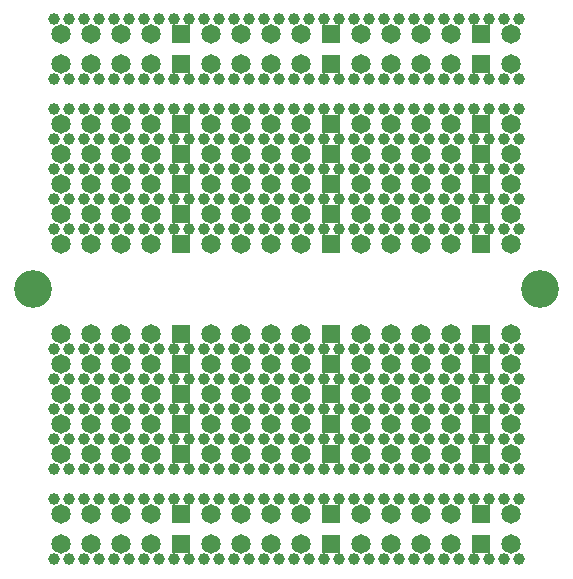
<source format=gbs>
%FSLAX34Y34*%
G04 Gerber Fmt 3.4, Leading zero omitted, Abs format*
G04 (created by PCBNEW (2014-06-11 BZR 4938)-product) date Thu 12 Jun 2014 09:07:22 AM CEST*
%MOIN*%
G01*
G70*
G90*
G04 APERTURE LIST*
%ADD10C,0.005906*%
%ADD11C,0.125984*%
%ADD12C,0.064961*%
%ADD13R,0.064961X0.064961*%
%ADD14C,0.039370*%
G04 APERTURE END LIST*
G54D10*
G54D11*
X9785Y-35000D03*
X26714Y-35000D03*
G54D12*
X10750Y-40500D03*
X11750Y-40500D03*
X12750Y-40500D03*
X13750Y-40500D03*
G54D13*
X14750Y-40500D03*
G54D12*
X15750Y-40500D03*
X16750Y-40500D03*
X17750Y-40500D03*
X18750Y-30500D03*
G54D13*
X19750Y-30500D03*
G54D12*
X20750Y-30500D03*
X21750Y-30500D03*
X22750Y-30500D03*
X23750Y-30500D03*
G54D13*
X24750Y-30500D03*
G54D12*
X25750Y-30500D03*
G54D14*
X22500Y-29000D03*
X23000Y-29000D03*
X23500Y-29000D03*
X24000Y-29000D03*
X24500Y-29000D03*
X25000Y-29000D03*
X25500Y-29000D03*
X26000Y-29000D03*
G54D12*
X18750Y-33500D03*
G54D13*
X19750Y-33500D03*
G54D12*
X20750Y-33500D03*
X21750Y-33500D03*
X22750Y-33500D03*
X23750Y-33500D03*
G54D13*
X24750Y-33500D03*
G54D12*
X25750Y-33500D03*
X18750Y-29500D03*
G54D13*
X19750Y-29500D03*
G54D12*
X20750Y-29500D03*
X21750Y-29500D03*
X22750Y-29500D03*
X23750Y-29500D03*
G54D13*
X24750Y-29500D03*
G54D12*
X25750Y-29500D03*
X18750Y-31500D03*
G54D13*
X19750Y-31500D03*
G54D12*
X20750Y-31500D03*
X21750Y-31500D03*
X22750Y-31500D03*
X23750Y-31500D03*
G54D13*
X24750Y-31500D03*
G54D12*
X25750Y-31500D03*
X18750Y-32500D03*
G54D13*
X19750Y-32500D03*
G54D12*
X20750Y-32500D03*
X21750Y-32500D03*
X22750Y-32500D03*
X23750Y-32500D03*
G54D13*
X24750Y-32500D03*
G54D12*
X25750Y-32500D03*
X18750Y-36500D03*
G54D13*
X19750Y-36500D03*
G54D12*
X20750Y-36500D03*
X21750Y-36500D03*
X22750Y-36500D03*
X23750Y-36500D03*
G54D13*
X24750Y-36500D03*
G54D12*
X25750Y-36500D03*
X18750Y-40500D03*
G54D13*
X19750Y-40500D03*
G54D12*
X20750Y-40500D03*
X21750Y-40500D03*
X22750Y-40500D03*
X23750Y-40500D03*
G54D13*
X24750Y-40500D03*
G54D12*
X25750Y-40500D03*
X18750Y-39500D03*
G54D13*
X19750Y-39500D03*
G54D12*
X20750Y-39500D03*
X21750Y-39500D03*
X22750Y-39500D03*
X23750Y-39500D03*
G54D13*
X24750Y-39500D03*
G54D12*
X25750Y-39500D03*
X18750Y-38500D03*
G54D13*
X19750Y-38500D03*
G54D12*
X20750Y-38500D03*
X21750Y-38500D03*
X22750Y-38500D03*
X23750Y-38500D03*
G54D13*
X24750Y-38500D03*
G54D12*
X25750Y-38500D03*
X18750Y-37500D03*
G54D13*
X19750Y-37500D03*
G54D12*
X20750Y-37500D03*
X21750Y-37500D03*
X22750Y-37500D03*
X23750Y-37500D03*
G54D13*
X24750Y-37500D03*
G54D12*
X25750Y-37500D03*
G54D14*
X18500Y-29000D03*
X19000Y-29000D03*
X19500Y-29000D03*
X20000Y-29000D03*
X20500Y-29000D03*
X21000Y-29000D03*
X21500Y-29000D03*
X22000Y-29000D03*
X18500Y-30000D03*
X19000Y-30000D03*
X19500Y-30000D03*
X20000Y-30000D03*
X20500Y-30000D03*
X21000Y-30000D03*
X21500Y-30000D03*
X22000Y-30000D03*
X18500Y-31000D03*
X19000Y-31000D03*
X19500Y-31000D03*
X20000Y-31000D03*
X20500Y-31000D03*
X21000Y-31000D03*
X21500Y-31000D03*
X22000Y-31000D03*
X18500Y-32000D03*
X19000Y-32000D03*
X19500Y-32000D03*
X20000Y-32000D03*
X20500Y-32000D03*
X21000Y-32000D03*
X21500Y-32000D03*
X22000Y-32000D03*
X18500Y-33000D03*
X19000Y-33000D03*
X19500Y-33000D03*
X20000Y-33000D03*
X20500Y-33000D03*
X21000Y-33000D03*
X21500Y-33000D03*
X22000Y-33000D03*
X18500Y-37000D03*
X19000Y-37000D03*
X19500Y-37000D03*
X20000Y-37000D03*
X20500Y-37000D03*
X21000Y-37000D03*
X21500Y-37000D03*
X22000Y-37000D03*
X18500Y-38000D03*
X19000Y-38000D03*
X19500Y-38000D03*
X20000Y-38000D03*
X20500Y-38000D03*
X21000Y-38000D03*
X21500Y-38000D03*
X22000Y-38000D03*
X18500Y-39000D03*
X19000Y-39000D03*
X19500Y-39000D03*
X20000Y-39000D03*
X20500Y-39000D03*
X21000Y-39000D03*
X21500Y-39000D03*
X22000Y-39000D03*
X18500Y-40000D03*
X19000Y-40000D03*
X19500Y-40000D03*
X20000Y-40000D03*
X20500Y-40000D03*
X21000Y-40000D03*
X21500Y-40000D03*
X22000Y-40000D03*
X18500Y-41000D03*
X19000Y-41000D03*
X19500Y-41000D03*
X20000Y-41000D03*
X20500Y-41000D03*
X21000Y-41000D03*
X21500Y-41000D03*
X22000Y-41000D03*
X22500Y-30000D03*
X23000Y-30000D03*
X23500Y-30000D03*
X24000Y-30000D03*
X24500Y-30000D03*
X25000Y-30000D03*
X25500Y-30000D03*
X26000Y-30000D03*
X22500Y-31000D03*
X23000Y-31000D03*
X23500Y-31000D03*
X24000Y-31000D03*
X24500Y-31000D03*
X25000Y-31000D03*
X25500Y-31000D03*
X26000Y-31000D03*
X22500Y-32000D03*
X23000Y-32000D03*
X23500Y-32000D03*
X24000Y-32000D03*
X24500Y-32000D03*
X25000Y-32000D03*
X25500Y-32000D03*
X26000Y-32000D03*
X22500Y-33000D03*
X23000Y-33000D03*
X23500Y-33000D03*
X24000Y-33000D03*
X24500Y-33000D03*
X25000Y-33000D03*
X25500Y-33000D03*
X26000Y-33000D03*
X22500Y-41000D03*
X23000Y-41000D03*
X23500Y-41000D03*
X24000Y-41000D03*
X24500Y-41000D03*
X25000Y-41000D03*
X25500Y-41000D03*
X26000Y-41000D03*
X22500Y-40000D03*
X23000Y-40000D03*
X23500Y-40000D03*
X24000Y-40000D03*
X24500Y-40000D03*
X25000Y-40000D03*
X25500Y-40000D03*
X26000Y-40000D03*
X22500Y-39000D03*
X23000Y-39000D03*
X23500Y-39000D03*
X24000Y-39000D03*
X24500Y-39000D03*
X25000Y-39000D03*
X25500Y-39000D03*
X26000Y-39000D03*
X22500Y-38000D03*
X23000Y-38000D03*
X23500Y-38000D03*
X24000Y-38000D03*
X24500Y-38000D03*
X25000Y-38000D03*
X25500Y-38000D03*
X26000Y-38000D03*
X22500Y-37000D03*
X23000Y-37000D03*
X23500Y-37000D03*
X24000Y-37000D03*
X24500Y-37000D03*
X25000Y-37000D03*
X25500Y-37000D03*
X26000Y-37000D03*
X18500Y-42000D03*
X19000Y-42000D03*
X19500Y-42000D03*
X20000Y-42000D03*
X20500Y-42000D03*
X21000Y-42000D03*
X21500Y-42000D03*
X22000Y-42000D03*
X22500Y-42000D03*
X23000Y-42000D03*
X23500Y-42000D03*
X24000Y-42000D03*
X24500Y-42000D03*
X25000Y-42000D03*
X25500Y-42000D03*
X26000Y-42000D03*
G54D12*
X18750Y-42500D03*
G54D13*
X19750Y-42500D03*
G54D12*
X20750Y-42500D03*
X21750Y-42500D03*
X22750Y-42500D03*
X23750Y-42500D03*
G54D13*
X24750Y-42500D03*
G54D12*
X25750Y-42500D03*
X18750Y-43500D03*
G54D13*
X19750Y-43500D03*
G54D12*
X20750Y-43500D03*
X21750Y-43500D03*
X22750Y-43500D03*
X23750Y-43500D03*
G54D13*
X24750Y-43500D03*
G54D12*
X25750Y-43500D03*
G54D14*
X22500Y-44000D03*
X23000Y-44000D03*
X23500Y-44000D03*
X24000Y-44000D03*
X24500Y-44000D03*
X25000Y-44000D03*
X25500Y-44000D03*
X26000Y-44000D03*
X18500Y-44000D03*
X19000Y-44000D03*
X19500Y-44000D03*
X20000Y-44000D03*
X20500Y-44000D03*
X21000Y-44000D03*
X21500Y-44000D03*
X22000Y-44000D03*
X18500Y-28000D03*
X19000Y-28000D03*
X19500Y-28000D03*
X20000Y-28000D03*
X20500Y-28000D03*
X21000Y-28000D03*
X21500Y-28000D03*
X22000Y-28000D03*
X22500Y-28000D03*
X23000Y-28000D03*
X23500Y-28000D03*
X24000Y-28000D03*
X24500Y-28000D03*
X25000Y-28000D03*
X25500Y-28000D03*
X26000Y-28000D03*
G54D12*
X18750Y-27500D03*
G54D13*
X19750Y-27500D03*
G54D12*
X20750Y-27500D03*
X21750Y-27500D03*
X22750Y-27500D03*
X23750Y-27500D03*
G54D13*
X24750Y-27500D03*
G54D12*
X25750Y-27500D03*
X18750Y-26500D03*
G54D13*
X19750Y-26500D03*
G54D12*
X20750Y-26500D03*
X21750Y-26500D03*
X22750Y-26500D03*
X23750Y-26500D03*
G54D13*
X24750Y-26500D03*
G54D12*
X25750Y-26500D03*
G54D14*
X22500Y-26000D03*
X23000Y-26000D03*
X23500Y-26000D03*
X24000Y-26000D03*
X24500Y-26000D03*
X25000Y-26000D03*
X25500Y-26000D03*
X26000Y-26000D03*
X18500Y-26000D03*
X19000Y-26000D03*
X19500Y-26000D03*
X20000Y-26000D03*
X20500Y-26000D03*
X21000Y-26000D03*
X21500Y-26000D03*
X22000Y-26000D03*
X10500Y-26000D03*
X11000Y-26000D03*
X11500Y-26000D03*
X12000Y-26000D03*
X12500Y-26000D03*
X13000Y-26000D03*
X13500Y-26000D03*
X14000Y-26000D03*
X14500Y-26000D03*
X15000Y-26000D03*
X15500Y-26000D03*
X16000Y-26000D03*
X16500Y-26000D03*
X17000Y-26000D03*
X17500Y-26000D03*
X18000Y-26000D03*
G54D12*
X10750Y-26500D03*
X11750Y-26500D03*
X12750Y-26500D03*
X13750Y-26500D03*
G54D13*
X14750Y-26500D03*
G54D12*
X15750Y-26500D03*
X16750Y-26500D03*
X17750Y-26500D03*
X10750Y-27500D03*
X11750Y-27500D03*
X12750Y-27500D03*
X13750Y-27500D03*
G54D13*
X14750Y-27500D03*
G54D12*
X15750Y-27500D03*
X16750Y-27500D03*
X17750Y-27500D03*
G54D14*
X14500Y-28000D03*
X15000Y-28000D03*
X15500Y-28000D03*
X16000Y-28000D03*
X16500Y-28000D03*
X17000Y-28000D03*
X17500Y-28000D03*
X18000Y-28000D03*
X10500Y-28000D03*
X11000Y-28000D03*
X11500Y-28000D03*
X12000Y-28000D03*
X12500Y-28000D03*
X13000Y-28000D03*
X13500Y-28000D03*
X14000Y-28000D03*
X10500Y-44000D03*
X11000Y-44000D03*
X11500Y-44000D03*
X12000Y-44000D03*
X12500Y-44000D03*
X13000Y-44000D03*
X13500Y-44000D03*
X14000Y-44000D03*
X14500Y-44000D03*
X15000Y-44000D03*
X15500Y-44000D03*
X16000Y-44000D03*
X16500Y-44000D03*
X17000Y-44000D03*
X17500Y-44000D03*
X18000Y-44000D03*
G54D12*
X10750Y-43500D03*
X11750Y-43500D03*
X12750Y-43500D03*
X13750Y-43500D03*
G54D13*
X14750Y-43500D03*
G54D12*
X15750Y-43500D03*
X16750Y-43500D03*
X17750Y-43500D03*
X10750Y-42500D03*
X11750Y-42500D03*
X12750Y-42500D03*
X13750Y-42500D03*
G54D13*
X14750Y-42500D03*
G54D12*
X15750Y-42500D03*
X16750Y-42500D03*
X17750Y-42500D03*
G54D14*
X14500Y-42000D03*
X15000Y-42000D03*
X15500Y-42000D03*
X16000Y-42000D03*
X16500Y-42000D03*
X17000Y-42000D03*
X17500Y-42000D03*
X18000Y-42000D03*
X10500Y-42000D03*
X11000Y-42000D03*
X11500Y-42000D03*
X12000Y-42000D03*
X12500Y-42000D03*
X13000Y-42000D03*
X13500Y-42000D03*
X14000Y-42000D03*
X14500Y-37000D03*
X15000Y-37000D03*
X15500Y-37000D03*
X16000Y-37000D03*
X16500Y-37000D03*
X17000Y-37000D03*
X17500Y-37000D03*
X18000Y-37000D03*
X14500Y-38000D03*
X15000Y-38000D03*
X15500Y-38000D03*
X16000Y-38000D03*
X16500Y-38000D03*
X17000Y-38000D03*
X17500Y-38000D03*
X18000Y-38000D03*
X14500Y-39000D03*
X15000Y-39000D03*
X15500Y-39000D03*
X16000Y-39000D03*
X16500Y-39000D03*
X17000Y-39000D03*
X17500Y-39000D03*
X18000Y-39000D03*
X14500Y-40000D03*
X15000Y-40000D03*
X15500Y-40000D03*
X16000Y-40000D03*
X16500Y-40000D03*
X17000Y-40000D03*
X17500Y-40000D03*
X18000Y-40000D03*
X14500Y-41000D03*
X15000Y-41000D03*
X15500Y-41000D03*
X16000Y-41000D03*
X16500Y-41000D03*
X17000Y-41000D03*
X17500Y-41000D03*
X18000Y-41000D03*
X14500Y-33000D03*
X15000Y-33000D03*
X15500Y-33000D03*
X16000Y-33000D03*
X16500Y-33000D03*
X17000Y-33000D03*
X17500Y-33000D03*
X18000Y-33000D03*
X14500Y-32000D03*
X15000Y-32000D03*
X15500Y-32000D03*
X16000Y-32000D03*
X16500Y-32000D03*
X17000Y-32000D03*
X17500Y-32000D03*
X18000Y-32000D03*
X14500Y-31000D03*
X15000Y-31000D03*
X15500Y-31000D03*
X16000Y-31000D03*
X16500Y-31000D03*
X17000Y-31000D03*
X17500Y-31000D03*
X18000Y-31000D03*
X14500Y-30000D03*
X15000Y-30000D03*
X15500Y-30000D03*
X16000Y-30000D03*
X16500Y-30000D03*
X17000Y-30000D03*
X17500Y-30000D03*
X18000Y-30000D03*
X10500Y-41000D03*
X11000Y-41000D03*
X11500Y-41000D03*
X12000Y-41000D03*
X12500Y-41000D03*
X13000Y-41000D03*
X13500Y-41000D03*
X14000Y-41000D03*
X10500Y-40000D03*
X11000Y-40000D03*
X11500Y-40000D03*
X12000Y-40000D03*
X12500Y-40000D03*
X13000Y-40000D03*
X13500Y-40000D03*
X14000Y-40000D03*
X10500Y-39000D03*
X11000Y-39000D03*
X11500Y-39000D03*
X12000Y-39000D03*
X12500Y-39000D03*
X13000Y-39000D03*
X13500Y-39000D03*
X14000Y-39000D03*
X10500Y-38000D03*
X11000Y-38000D03*
X11500Y-38000D03*
X12000Y-38000D03*
X12500Y-38000D03*
X13000Y-38000D03*
X13500Y-38000D03*
X14000Y-38000D03*
X10500Y-37000D03*
X11000Y-37000D03*
X11500Y-37000D03*
X12000Y-37000D03*
X12500Y-37000D03*
X13000Y-37000D03*
X13500Y-37000D03*
X14000Y-37000D03*
X10500Y-33000D03*
X11000Y-33000D03*
X11500Y-33000D03*
X12000Y-33000D03*
X12500Y-33000D03*
X13000Y-33000D03*
X13500Y-33000D03*
X14000Y-33000D03*
X10500Y-32000D03*
X11000Y-32000D03*
X11500Y-32000D03*
X12000Y-32000D03*
X12500Y-32000D03*
X13000Y-32000D03*
X13500Y-32000D03*
X14000Y-32000D03*
X10500Y-31000D03*
X11000Y-31000D03*
X11500Y-31000D03*
X12000Y-31000D03*
X12500Y-31000D03*
X13000Y-31000D03*
X13500Y-31000D03*
X14000Y-31000D03*
X10500Y-30000D03*
X11000Y-30000D03*
X11500Y-30000D03*
X12000Y-30000D03*
X12500Y-30000D03*
X13000Y-30000D03*
X13500Y-30000D03*
X14000Y-30000D03*
X10500Y-29000D03*
X11000Y-29000D03*
X11500Y-29000D03*
X12000Y-29000D03*
X12500Y-29000D03*
X13000Y-29000D03*
X13500Y-29000D03*
X14000Y-29000D03*
G54D12*
X10750Y-37500D03*
X11750Y-37500D03*
X12750Y-37500D03*
X13750Y-37500D03*
G54D13*
X14750Y-37500D03*
G54D12*
X15750Y-37500D03*
X16750Y-37500D03*
X17750Y-37500D03*
X10750Y-38500D03*
X11750Y-38500D03*
X12750Y-38500D03*
X13750Y-38500D03*
G54D13*
X14750Y-38500D03*
G54D12*
X15750Y-38500D03*
X16750Y-38500D03*
X17750Y-38500D03*
X10750Y-39500D03*
X11750Y-39500D03*
X12750Y-39500D03*
X13750Y-39500D03*
G54D13*
X14750Y-39500D03*
G54D12*
X15750Y-39500D03*
X16750Y-39500D03*
X17750Y-39500D03*
X10750Y-36500D03*
X11750Y-36500D03*
X12750Y-36500D03*
X13750Y-36500D03*
G54D13*
X14750Y-36500D03*
G54D12*
X15750Y-36500D03*
X16750Y-36500D03*
X17750Y-36500D03*
X10750Y-32500D03*
X11750Y-32500D03*
X12750Y-32500D03*
X13750Y-32500D03*
G54D13*
X14750Y-32500D03*
G54D12*
X15750Y-32500D03*
X16750Y-32500D03*
X17750Y-32500D03*
X10750Y-31500D03*
X11750Y-31500D03*
X12750Y-31500D03*
X13750Y-31500D03*
G54D13*
X14750Y-31500D03*
G54D12*
X15750Y-31500D03*
X16750Y-31500D03*
X17750Y-31500D03*
X10750Y-30500D03*
X11750Y-30500D03*
X12750Y-30500D03*
X13750Y-30500D03*
G54D13*
X14750Y-30500D03*
G54D12*
X15750Y-30500D03*
X16750Y-30500D03*
X17750Y-30500D03*
X10750Y-29500D03*
X11750Y-29500D03*
X12750Y-29500D03*
X13750Y-29500D03*
G54D13*
X14750Y-29500D03*
G54D12*
X15750Y-29500D03*
X16750Y-29500D03*
X17750Y-29500D03*
X10750Y-33500D03*
X11750Y-33500D03*
X12750Y-33500D03*
X13750Y-33500D03*
G54D13*
X14750Y-33500D03*
G54D12*
X15750Y-33500D03*
X16750Y-33500D03*
X17750Y-33500D03*
G54D14*
X14500Y-29000D03*
X15000Y-29000D03*
X15500Y-29000D03*
X16000Y-29000D03*
X16500Y-29000D03*
X17000Y-29000D03*
X17500Y-29000D03*
X18000Y-29000D03*
M02*

</source>
